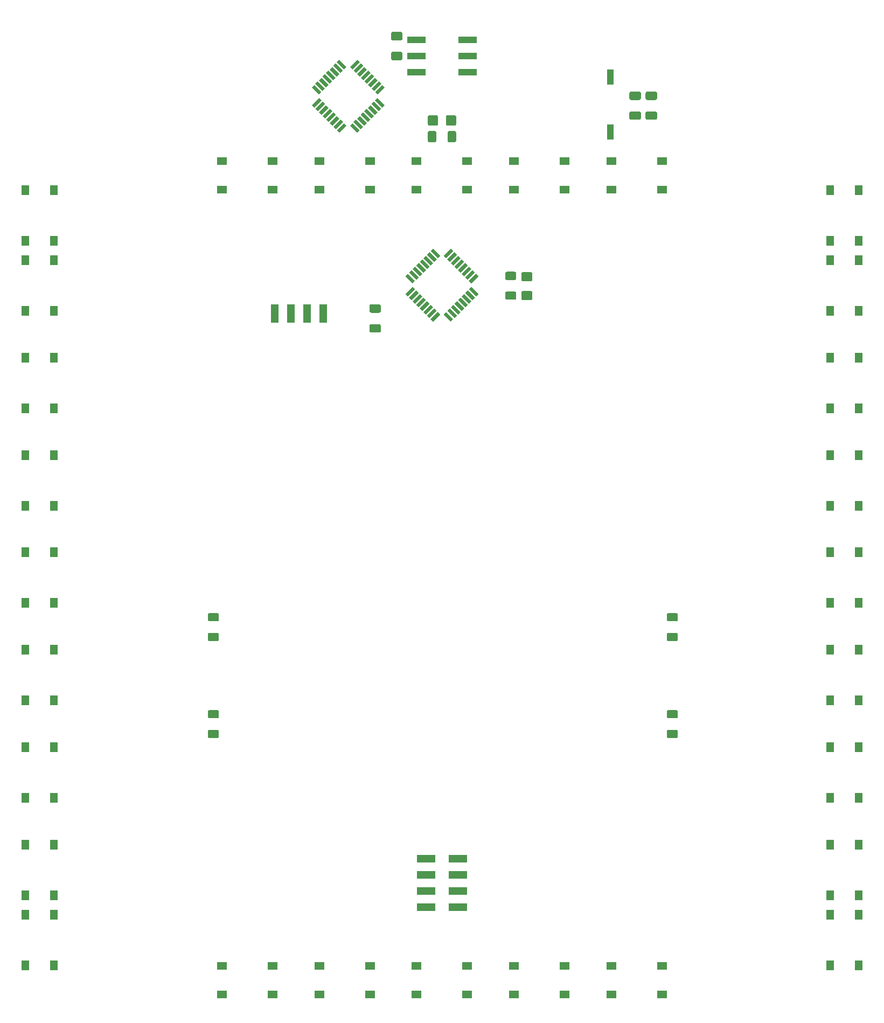
<source format=gbr>
%TF.GenerationSoftware,KiCad,Pcbnew,(5.1.9)-1*%
%TF.CreationDate,2021-07-06T15:25:53+10:00*%
%TF.ProjectId,MFD-panel,4d46442d-7061-46e6-956c-2e6b69636164,rev?*%
%TF.SameCoordinates,Original*%
%TF.FileFunction,Paste,Top*%
%TF.FilePolarity,Positive*%
%FSLAX46Y46*%
G04 Gerber Fmt 4.6, Leading zero omitted, Abs format (unit mm)*
G04 Created by KiCad (PCBNEW (5.1.9)-1) date 2021-07-06 15:25:53*
%MOMM*%
%LPD*%
G01*
G04 APERTURE LIST*
%ADD10R,3.000000X1.000000*%
%ADD11C,0.100000*%
%ADD12R,1.300000X1.550000*%
%ADD13R,1.550000X1.300000*%
%ADD14R,1.120000X2.440000*%
%ADD15R,3.000000X1.300000*%
%ADD16R,1.300000X3.000000*%
G04 APERTURE END LIST*
D10*
%TO.C,SW2*%
X74600000Y8860000D03*
X66600000Y8860000D03*
X74600000Y11400000D03*
X66600000Y11400000D03*
X74600000Y13940000D03*
X66600000Y13940000D03*
%TD*%
D11*
%TO.C,Atmega328P-AU1*%
G36*
X50523666Y3294555D02*
G01*
X50134757Y3683464D01*
X51266128Y4814835D01*
X51655037Y4425926D01*
X50523666Y3294555D01*
G37*
G36*
X51089352Y2728870D02*
G01*
X50700443Y3117779D01*
X51831814Y4249150D01*
X52220723Y3860241D01*
X51089352Y2728870D01*
G37*
G36*
X51655037Y2163184D02*
G01*
X51266128Y2552093D01*
X52397499Y3683464D01*
X52786408Y3294555D01*
X51655037Y2163184D01*
G37*
G36*
X52220722Y1597499D02*
G01*
X51831813Y1986408D01*
X52963184Y3117779D01*
X53352093Y2728870D01*
X52220722Y1597499D01*
G37*
G36*
X52786408Y1031813D02*
G01*
X52397499Y1420722D01*
X53528870Y2552093D01*
X53917779Y2163184D01*
X52786408Y1031813D01*
G37*
G36*
X53352093Y466128D02*
G01*
X52963184Y855037D01*
X54094555Y1986408D01*
X54483464Y1597499D01*
X53352093Y466128D01*
G37*
G36*
X53917779Y-99557D02*
G01*
X53528870Y289352D01*
X54660241Y1420723D01*
X55049150Y1031814D01*
X53917779Y-99557D01*
G37*
G36*
X54483464Y-665243D02*
G01*
X54094555Y-276334D01*
X55225926Y855037D01*
X55614835Y466128D01*
X54483464Y-665243D01*
G37*
G36*
X57665445Y-276334D02*
G01*
X57276536Y-665243D01*
X56145165Y466128D01*
X56534074Y855037D01*
X57665445Y-276334D01*
G37*
G36*
X58231130Y289352D02*
G01*
X57842221Y-99557D01*
X56710850Y1031814D01*
X57099759Y1420723D01*
X58231130Y289352D01*
G37*
G36*
X58796816Y855037D02*
G01*
X58407907Y466128D01*
X57276536Y1597499D01*
X57665445Y1986408D01*
X58796816Y855037D01*
G37*
G36*
X59362501Y1420722D02*
G01*
X58973592Y1031813D01*
X57842221Y2163184D01*
X58231130Y2552093D01*
X59362501Y1420722D01*
G37*
G36*
X59928187Y1986408D02*
G01*
X59539278Y1597499D01*
X58407907Y2728870D01*
X58796816Y3117779D01*
X59928187Y1986408D01*
G37*
G36*
X60493872Y2552093D02*
G01*
X60104963Y2163184D01*
X58973592Y3294555D01*
X59362501Y3683464D01*
X60493872Y2552093D01*
G37*
G36*
X61059557Y3117779D02*
G01*
X60670648Y2728870D01*
X59539277Y3860241D01*
X59928186Y4249150D01*
X61059557Y3117779D01*
G37*
G36*
X61625243Y3683464D02*
G01*
X61236334Y3294555D01*
X60104963Y4425926D01*
X60493872Y4814835D01*
X61625243Y3683464D01*
G37*
G36*
X60493872Y5345165D02*
G01*
X60104963Y5734074D01*
X61236334Y6865445D01*
X61625243Y6476536D01*
X60493872Y5345165D01*
G37*
G36*
X59928186Y5910850D02*
G01*
X59539277Y6299759D01*
X60670648Y7431130D01*
X61059557Y7042221D01*
X59928186Y5910850D01*
G37*
G36*
X59362501Y6476536D02*
G01*
X58973592Y6865445D01*
X60104963Y7996816D01*
X60493872Y7607907D01*
X59362501Y6476536D01*
G37*
G36*
X58796816Y7042221D02*
G01*
X58407907Y7431130D01*
X59539278Y8562501D01*
X59928187Y8173592D01*
X58796816Y7042221D01*
G37*
G36*
X58231130Y7607907D02*
G01*
X57842221Y7996816D01*
X58973592Y9128187D01*
X59362501Y8739278D01*
X58231130Y7607907D01*
G37*
G36*
X57665445Y8173592D02*
G01*
X57276536Y8562501D01*
X58407907Y9693872D01*
X58796816Y9304963D01*
X57665445Y8173592D01*
G37*
G36*
X57099759Y8739277D02*
G01*
X56710850Y9128186D01*
X57842221Y10259557D01*
X58231130Y9870648D01*
X57099759Y8739277D01*
G37*
G36*
X56534074Y9304963D02*
G01*
X56145165Y9693872D01*
X57276536Y10825243D01*
X57665445Y10436334D01*
X56534074Y9304963D01*
G37*
G36*
X55614835Y9693872D02*
G01*
X55225926Y9304963D01*
X54094555Y10436334D01*
X54483464Y10825243D01*
X55614835Y9693872D01*
G37*
G36*
X55049150Y9128186D02*
G01*
X54660241Y8739277D01*
X53528870Y9870648D01*
X53917779Y10259557D01*
X55049150Y9128186D01*
G37*
G36*
X54483464Y8562501D02*
G01*
X54094555Y8173592D01*
X52963184Y9304963D01*
X53352093Y9693872D01*
X54483464Y8562501D01*
G37*
G36*
X53917779Y7996816D02*
G01*
X53528870Y7607907D01*
X52397499Y8739278D01*
X52786408Y9128187D01*
X53917779Y7996816D01*
G37*
G36*
X53352093Y7431130D02*
G01*
X52963184Y7042221D01*
X51831813Y8173592D01*
X52220722Y8562501D01*
X53352093Y7431130D01*
G37*
G36*
X52786408Y6865445D02*
G01*
X52397499Y6476536D01*
X51266128Y7607907D01*
X51655037Y7996816D01*
X52786408Y6865445D01*
G37*
G36*
X52220723Y6299759D02*
G01*
X51831814Y5910850D01*
X50700443Y7042221D01*
X51089352Y7431130D01*
X52220723Y6299759D01*
G37*
G36*
X51655037Y5734074D02*
G01*
X51266128Y5345165D01*
X50134757Y6476536D01*
X50523666Y6865445D01*
X51655037Y5734074D01*
G37*
%TD*%
%TO.C,R8*%
G36*
G01*
X69700000Y-619999D02*
X69700000Y-1920001D01*
G75*
G02*
X69450001Y-2170000I-249999J0D01*
G01*
X68624999Y-2170000D01*
G75*
G02*
X68375000Y-1920001I0J249999D01*
G01*
X68375000Y-619999D01*
G75*
G02*
X68624999Y-370000I249999J0D01*
G01*
X69450001Y-370000D01*
G75*
G02*
X69700000Y-619999I0J-249999D01*
G01*
G37*
G36*
G01*
X72825000Y-619999D02*
X72825000Y-1920001D01*
G75*
G02*
X72575001Y-2170000I-249999J0D01*
G01*
X71749999Y-2170000D01*
G75*
G02*
X71500000Y-1920001I0J249999D01*
G01*
X71500000Y-619999D01*
G75*
G02*
X71749999Y-370000I249999J0D01*
G01*
X72575001Y-370000D01*
G75*
G02*
X72825000Y-619999I0J-249999D01*
G01*
G37*
%TD*%
%TO.C,D1*%
G36*
G01*
X71225000Y695000D02*
X71225000Y1845000D01*
G75*
G02*
X71475000Y2095000I250000J0D01*
G01*
X72575000Y2095000D01*
G75*
G02*
X72825000Y1845000I0J-250000D01*
G01*
X72825000Y695000D01*
G75*
G02*
X72575000Y445000I-250000J0D01*
G01*
X71475000Y445000D01*
G75*
G02*
X71225000Y695000I0J250000D01*
G01*
G37*
G36*
G01*
X68375000Y695000D02*
X68375000Y1845000D01*
G75*
G02*
X68625000Y2095000I250000J0D01*
G01*
X69725000Y2095000D01*
G75*
G02*
X69975000Y1845000I0J-250000D01*
G01*
X69975000Y695000D01*
G75*
G02*
X69725000Y445000I-250000J0D01*
G01*
X68625000Y445000D01*
G75*
G02*
X68375000Y695000I0J250000D01*
G01*
G37*
%TD*%
D12*
%TO.C,SW47*%
X5100000Y-28680000D03*
X9600000Y-28680000D03*
X9600000Y-20720000D03*
X5100000Y-20720000D03*
%TD*%
%TO.C,SW46*%
X5100000Y-17680000D03*
X9600000Y-17680000D03*
X9600000Y-9720000D03*
X5100000Y-9720000D03*
%TD*%
%TO.C,SW45*%
X5100000Y-43980000D03*
X9600000Y-43980000D03*
X9600000Y-36020000D03*
X5100000Y-36020000D03*
%TD*%
%TO.C,SW44*%
X5100000Y-59280000D03*
X9600000Y-59280000D03*
X9600000Y-51320000D03*
X5100000Y-51320000D03*
%TD*%
%TO.C,SW43*%
X5100000Y-74580000D03*
X9600000Y-74580000D03*
X9600000Y-66620000D03*
X5100000Y-66620000D03*
%TD*%
%TO.C,SW42*%
X5100000Y-89880000D03*
X9600000Y-89880000D03*
X9600000Y-81920000D03*
X5100000Y-81920000D03*
%TD*%
%TO.C,SW41*%
X5100000Y-105180000D03*
X9600000Y-105180000D03*
X9600000Y-97220000D03*
X5100000Y-97220000D03*
%TD*%
%TO.C,SW37*%
X5100000Y-131480000D03*
X9600000Y-131480000D03*
X9600000Y-123520000D03*
X5100000Y-123520000D03*
%TD*%
%TO.C,SW36*%
X5100000Y-120480000D03*
X9600000Y-120480000D03*
X9600000Y-112520000D03*
X5100000Y-112520000D03*
%TD*%
D13*
%TO.C,SW35*%
X43980000Y-136100000D03*
X43980000Y-131600000D03*
X36020000Y-131600000D03*
X36020000Y-136100000D03*
%TD*%
%TO.C,SW34*%
X59280000Y-136100000D03*
X59280000Y-131600000D03*
X51320000Y-131600000D03*
X51320000Y-136100000D03*
%TD*%
%TO.C,SW33*%
X74580000Y-136100000D03*
X74580000Y-131600000D03*
X66620000Y-131600000D03*
X66620000Y-136100000D03*
%TD*%
%TO.C,SW32*%
X89880000Y-136100000D03*
X89880000Y-131600000D03*
X81920000Y-131600000D03*
X81920000Y-136100000D03*
%TD*%
%TO.C,SW31*%
X105180000Y-136100000D03*
X105180000Y-131600000D03*
X97220000Y-131600000D03*
X97220000Y-136100000D03*
%TD*%
D12*
%TO.C,SW27*%
X136100000Y-123520000D03*
X131600000Y-123520000D03*
X131600000Y-131480000D03*
X136100000Y-131480000D03*
%TD*%
%TO.C,SW26*%
X136100000Y-112520000D03*
X131600000Y-112520000D03*
X131600000Y-120480000D03*
X136100000Y-120480000D03*
%TD*%
%TO.C,SW25*%
X136100000Y-97220000D03*
X131600000Y-97220000D03*
X131600000Y-105180000D03*
X136100000Y-105180000D03*
%TD*%
%TO.C,SW24*%
X136100000Y-81920000D03*
X131600000Y-81920000D03*
X131600000Y-89880000D03*
X136100000Y-89880000D03*
%TD*%
%TO.C,SW23*%
X136100000Y-66620000D03*
X131600000Y-66620000D03*
X131600000Y-74580000D03*
X136100000Y-74580000D03*
%TD*%
%TO.C,SW22*%
X136100000Y-51320000D03*
X131600000Y-51320000D03*
X131600000Y-59280000D03*
X136100000Y-59280000D03*
%TD*%
%TO.C,SW21*%
X136100000Y-36020000D03*
X131600000Y-36020000D03*
X131600000Y-43980000D03*
X136100000Y-43980000D03*
%TD*%
%TO.C,SW17*%
X136100000Y-20720000D03*
X131600000Y-20720000D03*
X131600000Y-28680000D03*
X136100000Y-28680000D03*
%TD*%
%TO.C,SW16*%
X136100000Y-9720000D03*
X131600000Y-9720000D03*
X131600000Y-17680000D03*
X136100000Y-17680000D03*
%TD*%
D13*
%TO.C,SW15*%
X105180000Y-9600000D03*
X105180000Y-5100000D03*
X97220000Y-5100000D03*
X97220000Y-9600000D03*
%TD*%
%TO.C,SW14*%
X89880000Y-9600000D03*
X89880000Y-5100000D03*
X81920000Y-5100000D03*
X81920000Y-9600000D03*
%TD*%
%TO.C,SW13*%
X74580000Y-9600000D03*
X74580000Y-5100000D03*
X66620000Y-5100000D03*
X66620000Y-9600000D03*
%TD*%
%TO.C,SW12*%
X59280000Y-9600000D03*
X59280000Y-5100000D03*
X51320000Y-5100000D03*
X51320000Y-9600000D03*
%TD*%
%TO.C,SW11*%
X43980000Y-9600000D03*
X43980000Y-5100000D03*
X36020000Y-5100000D03*
X36020000Y-9600000D03*
%TD*%
D14*
%TO.C,SW1*%
X97028000Y-508000D03*
X97028000Y8102000D03*
%TD*%
%TO.C,R5*%
G36*
G01*
X102854997Y5819500D02*
X104155003Y5819500D01*
G75*
G02*
X104405000Y5569503I0J-249997D01*
G01*
X104405000Y4744497D01*
G75*
G02*
X104155003Y4494500I-249997J0D01*
G01*
X102854997Y4494500D01*
G75*
G02*
X102605000Y4744497I0J249997D01*
G01*
X102605000Y5569503D01*
G75*
G02*
X102854997Y5819500I249997J0D01*
G01*
G37*
G36*
G01*
X102854997Y2694500D02*
X104155003Y2694500D01*
G75*
G02*
X104405000Y2444503I0J-249997D01*
G01*
X104405000Y1619497D01*
G75*
G02*
X104155003Y1369500I-249997J0D01*
G01*
X102854997Y1369500D01*
G75*
G02*
X102605000Y1619497I0J249997D01*
G01*
X102605000Y2444503D01*
G75*
G02*
X102854997Y2694500I249997J0D01*
G01*
G37*
%TD*%
%TO.C,R1*%
G36*
G01*
X101615003Y4494500D02*
X100314997Y4494500D01*
G75*
G02*
X100065000Y4744497I0J249997D01*
G01*
X100065000Y5569503D01*
G75*
G02*
X100314997Y5819500I249997J0D01*
G01*
X101615003Y5819500D01*
G75*
G02*
X101865000Y5569503I0J-249997D01*
G01*
X101865000Y4744497D01*
G75*
G02*
X101615003Y4494500I-249997J0D01*
G01*
G37*
G36*
G01*
X101615003Y1369500D02*
X100314997Y1369500D01*
G75*
G02*
X100065000Y1619497I0J249997D01*
G01*
X100065000Y2444503D01*
G75*
G02*
X100314997Y2694500I249997J0D01*
G01*
X101615003Y2694500D01*
G75*
G02*
X101865000Y2444503I0J-249997D01*
G01*
X101865000Y1619497D01*
G75*
G02*
X101615003Y1369500I-249997J0D01*
G01*
G37*
%TD*%
%TO.C,C4*%
G36*
G01*
X64150003Y13854000D02*
X62849997Y13854000D01*
G75*
G02*
X62600000Y14103997I0J249997D01*
G01*
X62600000Y14929003D01*
G75*
G02*
X62849997Y15179000I249997J0D01*
G01*
X64150003Y15179000D01*
G75*
G02*
X64400000Y14929003I0J-249997D01*
G01*
X64400000Y14103997D01*
G75*
G02*
X64150003Y13854000I-249997J0D01*
G01*
G37*
G36*
G01*
X64150003Y10729000D02*
X62849997Y10729000D01*
G75*
G02*
X62600000Y10978997I0J249997D01*
G01*
X62600000Y11804003D01*
G75*
G02*
X62849997Y12054000I249997J0D01*
G01*
X64150003Y12054000D01*
G75*
G02*
X64400000Y11804003I0J-249997D01*
G01*
X64400000Y10978997D01*
G75*
G02*
X64150003Y10729000I-249997J0D01*
G01*
G37*
%TD*%
D15*
%TO.C,J4*%
X73068000Y-114790000D03*
X73068000Y-117330000D03*
X73068000Y-119870000D03*
X73068000Y-122410000D03*
%TD*%
%TO.C,J3*%
X68132000Y-122410000D03*
X68132000Y-119870000D03*
X68132000Y-117330000D03*
X68132000Y-114790000D03*
%TD*%
D16*
%TO.C,J2*%
X44290000Y-29060000D03*
X46830000Y-29060000D03*
X49370000Y-29060000D03*
X51910000Y-29060000D03*
%TD*%
D11*
%TO.C,U1*%
G36*
X71254074Y-20375037D02*
G01*
X70865165Y-19986128D01*
X71996536Y-18854757D01*
X72385445Y-19243666D01*
X71254074Y-20375037D01*
G37*
G36*
X71819759Y-20940723D02*
G01*
X71430850Y-20551814D01*
X72562221Y-19420443D01*
X72951130Y-19809352D01*
X71819759Y-20940723D01*
G37*
G36*
X72385445Y-21506408D02*
G01*
X71996536Y-21117499D01*
X73127907Y-19986128D01*
X73516816Y-20375037D01*
X72385445Y-21506408D01*
G37*
G36*
X72951130Y-22072093D02*
G01*
X72562221Y-21683184D01*
X73693592Y-20551813D01*
X74082501Y-20940722D01*
X72951130Y-22072093D01*
G37*
G36*
X73516816Y-22637779D02*
G01*
X73127907Y-22248870D01*
X74259278Y-21117499D01*
X74648187Y-21506408D01*
X73516816Y-22637779D01*
G37*
G36*
X74082501Y-23203464D02*
G01*
X73693592Y-22814555D01*
X74824963Y-21683184D01*
X75213872Y-22072093D01*
X74082501Y-23203464D01*
G37*
G36*
X74648186Y-23769150D02*
G01*
X74259277Y-23380241D01*
X75390648Y-22248870D01*
X75779557Y-22637779D01*
X74648186Y-23769150D01*
G37*
G36*
X75213872Y-24334835D02*
G01*
X74824963Y-23945926D01*
X75956334Y-22814555D01*
X76345243Y-23203464D01*
X75213872Y-24334835D01*
G37*
G36*
X74824963Y-25254074D02*
G01*
X75213872Y-24865165D01*
X76345243Y-25996536D01*
X75956334Y-26385445D01*
X74824963Y-25254074D01*
G37*
G36*
X74259277Y-25819759D02*
G01*
X74648186Y-25430850D01*
X75779557Y-26562221D01*
X75390648Y-26951130D01*
X74259277Y-25819759D01*
G37*
G36*
X73693592Y-26385445D02*
G01*
X74082501Y-25996536D01*
X75213872Y-27127907D01*
X74824963Y-27516816D01*
X73693592Y-26385445D01*
G37*
G36*
X73127907Y-26951130D02*
G01*
X73516816Y-26562221D01*
X74648187Y-27693592D01*
X74259278Y-28082501D01*
X73127907Y-26951130D01*
G37*
G36*
X72562221Y-27516816D02*
G01*
X72951130Y-27127907D01*
X74082501Y-28259278D01*
X73693592Y-28648187D01*
X72562221Y-27516816D01*
G37*
G36*
X71996536Y-28082501D02*
G01*
X72385445Y-27693592D01*
X73516816Y-28824963D01*
X73127907Y-29213872D01*
X71996536Y-28082501D01*
G37*
G36*
X71430850Y-28648186D02*
G01*
X71819759Y-28259277D01*
X72951130Y-29390648D01*
X72562221Y-29779557D01*
X71430850Y-28648186D01*
G37*
G36*
X70865165Y-29213872D02*
G01*
X71254074Y-28824963D01*
X72385445Y-29956334D01*
X71996536Y-30345243D01*
X70865165Y-29213872D01*
G37*
G36*
X69203464Y-30345243D02*
G01*
X68814555Y-29956334D01*
X69945926Y-28824963D01*
X70334835Y-29213872D01*
X69203464Y-30345243D01*
G37*
G36*
X68637779Y-29779557D02*
G01*
X68248870Y-29390648D01*
X69380241Y-28259277D01*
X69769150Y-28648186D01*
X68637779Y-29779557D01*
G37*
G36*
X68072093Y-29213872D02*
G01*
X67683184Y-28824963D01*
X68814555Y-27693592D01*
X69203464Y-28082501D01*
X68072093Y-29213872D01*
G37*
G36*
X67506408Y-28648187D02*
G01*
X67117499Y-28259278D01*
X68248870Y-27127907D01*
X68637779Y-27516816D01*
X67506408Y-28648187D01*
G37*
G36*
X66940722Y-28082501D02*
G01*
X66551813Y-27693592D01*
X67683184Y-26562221D01*
X68072093Y-26951130D01*
X66940722Y-28082501D01*
G37*
G36*
X66375037Y-27516816D02*
G01*
X65986128Y-27127907D01*
X67117499Y-25996536D01*
X67506408Y-26385445D01*
X66375037Y-27516816D01*
G37*
G36*
X65809352Y-26951130D02*
G01*
X65420443Y-26562221D01*
X66551814Y-25430850D01*
X66940723Y-25819759D01*
X65809352Y-26951130D01*
G37*
G36*
X65243666Y-26385445D02*
G01*
X64854757Y-25996536D01*
X65986128Y-24865165D01*
X66375037Y-25254074D01*
X65243666Y-26385445D01*
G37*
G36*
X64854757Y-23203464D02*
G01*
X65243666Y-22814555D01*
X66375037Y-23945926D01*
X65986128Y-24334835D01*
X64854757Y-23203464D01*
G37*
G36*
X65420443Y-22637779D02*
G01*
X65809352Y-22248870D01*
X66940723Y-23380241D01*
X66551814Y-23769150D01*
X65420443Y-22637779D01*
G37*
G36*
X65986128Y-22072093D02*
G01*
X66375037Y-21683184D01*
X67506408Y-22814555D01*
X67117499Y-23203464D01*
X65986128Y-22072093D01*
G37*
G36*
X66551813Y-21506408D02*
G01*
X66940722Y-21117499D01*
X68072093Y-22248870D01*
X67683184Y-22637779D01*
X66551813Y-21506408D01*
G37*
G36*
X67117499Y-20940722D02*
G01*
X67506408Y-20551813D01*
X68637779Y-21683184D01*
X68248870Y-22072093D01*
X67117499Y-20940722D01*
G37*
G36*
X67683184Y-20375037D02*
G01*
X68072093Y-19986128D01*
X69203464Y-21117499D01*
X68814555Y-21506408D01*
X67683184Y-20375037D01*
G37*
G36*
X68248870Y-19809352D02*
G01*
X68637779Y-19420443D01*
X69769150Y-20551814D01*
X69380241Y-20940723D01*
X68248870Y-19809352D01*
G37*
G36*
X68814555Y-19243666D02*
G01*
X69203464Y-18854757D01*
X70334835Y-19986128D01*
X69945926Y-20375037D01*
X68814555Y-19243666D01*
G37*
%TD*%
%TO.C,C1*%
G36*
G01*
X60750001Y-28950000D02*
X59449999Y-28950000D01*
G75*
G02*
X59200000Y-28700001I0J249999D01*
G01*
X59200000Y-27874999D01*
G75*
G02*
X59449999Y-27625000I249999J0D01*
G01*
X60750001Y-27625000D01*
G75*
G02*
X61000000Y-27874999I0J-249999D01*
G01*
X61000000Y-28700001D01*
G75*
G02*
X60750001Y-28950000I-249999J0D01*
G01*
G37*
G36*
G01*
X60750001Y-32075000D02*
X59449999Y-32075000D01*
G75*
G02*
X59200000Y-31825001I0J249999D01*
G01*
X59200000Y-30999999D01*
G75*
G02*
X59449999Y-30750000I249999J0D01*
G01*
X60750001Y-30750000D01*
G75*
G02*
X61000000Y-30999999I0J-249999D01*
G01*
X61000000Y-31825001D01*
G75*
G02*
X60750001Y-32075000I-249999J0D01*
G01*
G37*
%TD*%
%TO.C,R5*%
G36*
G01*
X80785000Y-25610000D02*
X82035000Y-25610000D01*
G75*
G02*
X82285000Y-25860000I0J-250000D01*
G01*
X82285000Y-26660000D01*
G75*
G02*
X82035000Y-26910000I-250000J0D01*
G01*
X80785000Y-26910000D01*
G75*
G02*
X80535000Y-26660000I0J250000D01*
G01*
X80535000Y-25860000D01*
G75*
G02*
X80785000Y-25610000I250000J0D01*
G01*
G37*
G36*
G01*
X80785000Y-22510000D02*
X82035000Y-22510000D01*
G75*
G02*
X82285000Y-22760000I0J-250000D01*
G01*
X82285000Y-23560000D01*
G75*
G02*
X82035000Y-23810000I-250000J0D01*
G01*
X80785000Y-23810000D01*
G75*
G02*
X80535000Y-23560000I0J250000D01*
G01*
X80535000Y-22760000D01*
G75*
G02*
X80785000Y-22510000I250000J0D01*
G01*
G37*
%TD*%
%TO.C,D1*%
G36*
G01*
X84575000Y-23997500D02*
X83325000Y-23997500D01*
G75*
G02*
X83075000Y-23747500I0J250000D01*
G01*
X83075000Y-22822500D01*
G75*
G02*
X83325000Y-22572500I250000J0D01*
G01*
X84575000Y-22572500D01*
G75*
G02*
X84825000Y-22822500I0J-250000D01*
G01*
X84825000Y-23747500D01*
G75*
G02*
X84575000Y-23997500I-250000J0D01*
G01*
G37*
G36*
G01*
X84575000Y-26972500D02*
X83325000Y-26972500D01*
G75*
G02*
X83075000Y-26722500I0J250000D01*
G01*
X83075000Y-25797500D01*
G75*
G02*
X83325000Y-25547500I250000J0D01*
G01*
X84575000Y-25547500D01*
G75*
G02*
X84825000Y-25797500I0J-250000D01*
G01*
X84825000Y-26722500D01*
G75*
G02*
X84575000Y-26972500I-250000J0D01*
G01*
G37*
%TD*%
%TO.C,R4*%
G36*
G01*
X107435000Y-77456000D02*
X106185000Y-77456000D01*
G75*
G02*
X105935000Y-77206000I0J250000D01*
G01*
X105935000Y-76406000D01*
G75*
G02*
X106185000Y-76156000I250000J0D01*
G01*
X107435000Y-76156000D01*
G75*
G02*
X107685000Y-76406000I0J-250000D01*
G01*
X107685000Y-77206000D01*
G75*
G02*
X107435000Y-77456000I-250000J0D01*
G01*
G37*
G36*
G01*
X107435000Y-80556000D02*
X106185000Y-80556000D01*
G75*
G02*
X105935000Y-80306000I0J250000D01*
G01*
X105935000Y-79506000D01*
G75*
G02*
X106185000Y-79256000I250000J0D01*
G01*
X107435000Y-79256000D01*
G75*
G02*
X107685000Y-79506000I0J-250000D01*
G01*
X107685000Y-80306000D01*
G75*
G02*
X107435000Y-80556000I-250000J0D01*
G01*
G37*
%TD*%
%TO.C,R3*%
G36*
G01*
X35299000Y-77456000D02*
X34049000Y-77456000D01*
G75*
G02*
X33799000Y-77206000I0J250000D01*
G01*
X33799000Y-76406000D01*
G75*
G02*
X34049000Y-76156000I250000J0D01*
G01*
X35299000Y-76156000D01*
G75*
G02*
X35549000Y-76406000I0J-250000D01*
G01*
X35549000Y-77206000D01*
G75*
G02*
X35299000Y-77456000I-250000J0D01*
G01*
G37*
G36*
G01*
X35299000Y-80556000D02*
X34049000Y-80556000D01*
G75*
G02*
X33799000Y-80306000I0J250000D01*
G01*
X33799000Y-79506000D01*
G75*
G02*
X34049000Y-79256000I250000J0D01*
G01*
X35299000Y-79256000D01*
G75*
G02*
X35549000Y-79506000I0J-250000D01*
G01*
X35549000Y-80306000D01*
G75*
G02*
X35299000Y-80556000I-250000J0D01*
G01*
G37*
%TD*%
%TO.C,R2*%
G36*
G01*
X107435000Y-92696000D02*
X106185000Y-92696000D01*
G75*
G02*
X105935000Y-92446000I0J250000D01*
G01*
X105935000Y-91646000D01*
G75*
G02*
X106185000Y-91396000I250000J0D01*
G01*
X107435000Y-91396000D01*
G75*
G02*
X107685000Y-91646000I0J-250000D01*
G01*
X107685000Y-92446000D01*
G75*
G02*
X107435000Y-92696000I-250000J0D01*
G01*
G37*
G36*
G01*
X107435000Y-95796000D02*
X106185000Y-95796000D01*
G75*
G02*
X105935000Y-95546000I0J250000D01*
G01*
X105935000Y-94746000D01*
G75*
G02*
X106185000Y-94496000I250000J0D01*
G01*
X107435000Y-94496000D01*
G75*
G02*
X107685000Y-94746000I0J-250000D01*
G01*
X107685000Y-95546000D01*
G75*
G02*
X107435000Y-95796000I-250000J0D01*
G01*
G37*
%TD*%
%TO.C,R1*%
G36*
G01*
X35299000Y-92696000D02*
X34049000Y-92696000D01*
G75*
G02*
X33799000Y-92446000I0J250000D01*
G01*
X33799000Y-91646000D01*
G75*
G02*
X34049000Y-91396000I250000J0D01*
G01*
X35299000Y-91396000D01*
G75*
G02*
X35549000Y-91646000I0J-250000D01*
G01*
X35549000Y-92446000D01*
G75*
G02*
X35299000Y-92696000I-250000J0D01*
G01*
G37*
G36*
G01*
X35299000Y-95796000D02*
X34049000Y-95796000D01*
G75*
G02*
X33799000Y-95546000I0J250000D01*
G01*
X33799000Y-94746000D01*
G75*
G02*
X34049000Y-94496000I250000J0D01*
G01*
X35299000Y-94496000D01*
G75*
G02*
X35549000Y-94746000I0J-250000D01*
G01*
X35549000Y-95546000D01*
G75*
G02*
X35299000Y-95796000I-250000J0D01*
G01*
G37*
%TD*%
M02*

</source>
